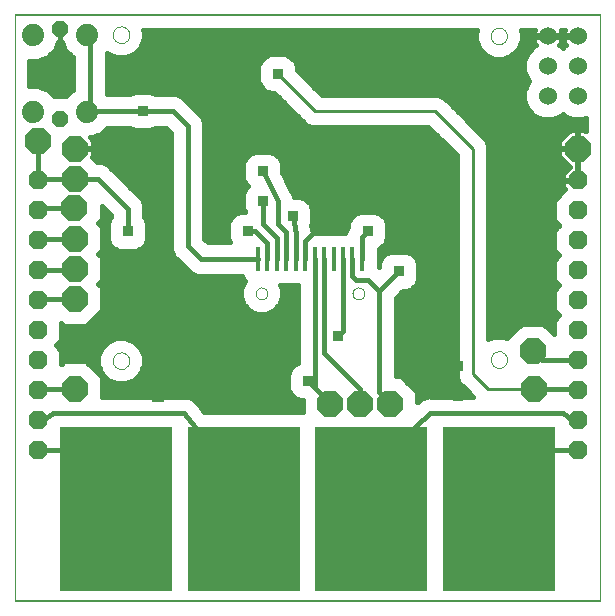
<source format=gtl>
G75*
G70*
%OFA0B0*%
%FSLAX24Y24*%
%IPPOS*%
%LPD*%
%AMOC8*
5,1,8,0,0,1.08239X$1,22.5*
%
%ADD10C,0.0000*%
%ADD11R,0.3750X0.5500*%
%ADD12R,0.0157X0.0787*%
%ADD13OC8,0.0630*%
%ADD14C,0.0276*%
%ADD15OC8,0.0850*%
%ADD16C,0.0740*%
%ADD17OC8,0.0520*%
%ADD18C,0.0600*%
%ADD19C,0.0160*%
%ADD20R,0.0317X0.0317*%
%ADD21C,0.0240*%
%ADD22R,0.0413X0.0413*%
%ADD23R,0.0356X0.0356*%
%ADD24C,0.0100*%
D10*
X000736Y000100D02*
X000736Y019663D01*
X020252Y019663D01*
X020252Y000100D01*
X000736Y000100D01*
X000750Y000128D02*
X000750Y019628D01*
X020250Y019628D01*
X020250Y000128D01*
X000750Y000128D01*
X004004Y008120D02*
X004006Y008153D01*
X004012Y008185D01*
X004021Y008216D01*
X004034Y008246D01*
X004051Y008274D01*
X004071Y008300D01*
X004094Y008324D01*
X004119Y008344D01*
X004147Y008362D01*
X004176Y008376D01*
X004207Y008386D01*
X004239Y008393D01*
X004272Y008396D01*
X004305Y008395D01*
X004337Y008390D01*
X004368Y008381D01*
X004399Y008369D01*
X004427Y008353D01*
X004454Y008334D01*
X004478Y008312D01*
X004499Y008287D01*
X004518Y008260D01*
X004533Y008231D01*
X004544Y008201D01*
X004552Y008169D01*
X004556Y008136D01*
X004556Y008104D01*
X004552Y008071D01*
X004544Y008039D01*
X004533Y008009D01*
X004518Y007980D01*
X004499Y007953D01*
X004478Y007928D01*
X004454Y007906D01*
X004427Y007887D01*
X004399Y007871D01*
X004368Y007859D01*
X004337Y007850D01*
X004305Y007845D01*
X004272Y007844D01*
X004239Y007847D01*
X004207Y007854D01*
X004176Y007864D01*
X004147Y007878D01*
X004119Y007896D01*
X004094Y007916D01*
X004071Y007940D01*
X004051Y007966D01*
X004034Y007994D01*
X004021Y008024D01*
X004012Y008055D01*
X004006Y008087D01*
X004004Y008120D01*
X008768Y010364D02*
X008770Y010391D01*
X008776Y010418D01*
X008785Y010444D01*
X008798Y010468D01*
X008814Y010491D01*
X008833Y010510D01*
X008855Y010527D01*
X008879Y010541D01*
X008904Y010551D01*
X008931Y010558D01*
X008958Y010561D01*
X008986Y010560D01*
X009013Y010555D01*
X009039Y010547D01*
X009063Y010535D01*
X009086Y010519D01*
X009107Y010501D01*
X009124Y010480D01*
X009139Y010456D01*
X009150Y010431D01*
X009158Y010405D01*
X009162Y010378D01*
X009162Y010350D01*
X009158Y010323D01*
X009150Y010297D01*
X009139Y010272D01*
X009124Y010248D01*
X009107Y010227D01*
X009086Y010209D01*
X009064Y010193D01*
X009039Y010181D01*
X009013Y010173D01*
X008986Y010168D01*
X008958Y010167D01*
X008931Y010170D01*
X008904Y010177D01*
X008879Y010187D01*
X008855Y010201D01*
X008833Y010218D01*
X008814Y010237D01*
X008798Y010260D01*
X008785Y010284D01*
X008776Y010310D01*
X008770Y010337D01*
X008768Y010364D01*
X011996Y010364D02*
X011998Y010391D01*
X012004Y010418D01*
X012013Y010444D01*
X012026Y010468D01*
X012042Y010491D01*
X012061Y010510D01*
X012083Y010527D01*
X012107Y010541D01*
X012132Y010551D01*
X012159Y010558D01*
X012186Y010561D01*
X012214Y010560D01*
X012241Y010555D01*
X012267Y010547D01*
X012291Y010535D01*
X012314Y010519D01*
X012335Y010501D01*
X012352Y010480D01*
X012367Y010456D01*
X012378Y010431D01*
X012386Y010405D01*
X012390Y010378D01*
X012390Y010350D01*
X012386Y010323D01*
X012378Y010297D01*
X012367Y010272D01*
X012352Y010248D01*
X012335Y010227D01*
X012314Y010209D01*
X012292Y010193D01*
X012267Y010181D01*
X012241Y010173D01*
X012214Y010168D01*
X012186Y010167D01*
X012159Y010170D01*
X012132Y010177D01*
X012107Y010187D01*
X012083Y010201D01*
X012061Y010218D01*
X012042Y010237D01*
X012026Y010260D01*
X012013Y010284D01*
X012004Y010310D01*
X011998Y010337D01*
X011996Y010364D01*
X016602Y008159D02*
X016604Y008192D01*
X016610Y008224D01*
X016619Y008255D01*
X016632Y008285D01*
X016649Y008313D01*
X016669Y008339D01*
X016692Y008363D01*
X016717Y008383D01*
X016745Y008401D01*
X016774Y008415D01*
X016805Y008425D01*
X016837Y008432D01*
X016870Y008435D01*
X016903Y008434D01*
X016935Y008429D01*
X016966Y008420D01*
X016997Y008408D01*
X017025Y008392D01*
X017052Y008373D01*
X017076Y008351D01*
X017097Y008326D01*
X017116Y008299D01*
X017131Y008270D01*
X017142Y008240D01*
X017150Y008208D01*
X017154Y008175D01*
X017154Y008143D01*
X017150Y008110D01*
X017142Y008078D01*
X017131Y008048D01*
X017116Y008019D01*
X017097Y007992D01*
X017076Y007967D01*
X017052Y007945D01*
X017025Y007926D01*
X016997Y007910D01*
X016966Y007898D01*
X016935Y007889D01*
X016903Y007884D01*
X016870Y007883D01*
X016837Y007886D01*
X016805Y007893D01*
X016774Y007903D01*
X016745Y007917D01*
X016717Y007935D01*
X016692Y007955D01*
X016669Y007979D01*
X016649Y008005D01*
X016632Y008033D01*
X016619Y008063D01*
X016610Y008094D01*
X016604Y008126D01*
X016602Y008159D01*
X016602Y018946D02*
X016604Y018979D01*
X016610Y019011D01*
X016619Y019042D01*
X016632Y019072D01*
X016649Y019100D01*
X016669Y019126D01*
X016692Y019150D01*
X016717Y019170D01*
X016745Y019188D01*
X016774Y019202D01*
X016805Y019212D01*
X016837Y019219D01*
X016870Y019222D01*
X016903Y019221D01*
X016935Y019216D01*
X016966Y019207D01*
X016997Y019195D01*
X017025Y019179D01*
X017052Y019160D01*
X017076Y019138D01*
X017097Y019113D01*
X017116Y019086D01*
X017131Y019057D01*
X017142Y019027D01*
X017150Y018995D01*
X017154Y018962D01*
X017154Y018930D01*
X017150Y018897D01*
X017142Y018865D01*
X017131Y018835D01*
X017116Y018806D01*
X017097Y018779D01*
X017076Y018754D01*
X017052Y018732D01*
X017025Y018713D01*
X016997Y018697D01*
X016966Y018685D01*
X016935Y018676D01*
X016903Y018671D01*
X016870Y018670D01*
X016837Y018673D01*
X016805Y018680D01*
X016774Y018690D01*
X016745Y018704D01*
X016717Y018722D01*
X016692Y018742D01*
X016669Y018766D01*
X016649Y018792D01*
X016632Y018820D01*
X016619Y018850D01*
X016610Y018881D01*
X016604Y018913D01*
X016602Y018946D01*
X004004Y018986D02*
X004006Y019019D01*
X004012Y019051D01*
X004021Y019082D01*
X004034Y019112D01*
X004051Y019140D01*
X004071Y019166D01*
X004094Y019190D01*
X004119Y019210D01*
X004147Y019228D01*
X004176Y019242D01*
X004207Y019252D01*
X004239Y019259D01*
X004272Y019262D01*
X004305Y019261D01*
X004337Y019256D01*
X004368Y019247D01*
X004399Y019235D01*
X004427Y019219D01*
X004454Y019200D01*
X004478Y019178D01*
X004499Y019153D01*
X004518Y019126D01*
X004533Y019097D01*
X004544Y019067D01*
X004552Y019035D01*
X004556Y019002D01*
X004556Y018970D01*
X004552Y018937D01*
X004544Y018905D01*
X004533Y018875D01*
X004518Y018846D01*
X004499Y018819D01*
X004478Y018794D01*
X004454Y018772D01*
X004427Y018753D01*
X004399Y018737D01*
X004368Y018725D01*
X004337Y018716D01*
X004305Y018711D01*
X004272Y018710D01*
X004239Y018713D01*
X004207Y018720D01*
X004176Y018730D01*
X004147Y018744D01*
X004119Y018762D01*
X004094Y018782D01*
X004071Y018806D01*
X004051Y018832D01*
X004034Y018860D01*
X004021Y018890D01*
X004012Y018921D01*
X004006Y018953D01*
X004004Y018986D01*
D11*
X004125Y003193D03*
X008375Y003193D03*
X012625Y003193D03*
X016875Y003193D03*
D12*
X012311Y011506D03*
X011996Y011506D03*
X011681Y011506D03*
X011366Y011506D03*
X011051Y011506D03*
X010736Y011506D03*
X010421Y011506D03*
X010106Y011506D03*
X009791Y011506D03*
X009476Y011506D03*
X009161Y011506D03*
X008846Y011506D03*
D13*
X001500Y011128D03*
X001500Y012128D03*
X001500Y013128D03*
X001500Y014128D03*
X001500Y010128D03*
X001500Y009128D03*
X001500Y008128D03*
X001500Y007128D03*
X001500Y006128D03*
X001500Y005128D03*
X019500Y005128D03*
X019500Y006128D03*
X019500Y007128D03*
X019500Y008128D03*
X019500Y009128D03*
X019500Y010128D03*
X019500Y011128D03*
X019500Y012128D03*
X019500Y013128D03*
X019500Y014128D03*
D14*
X016592Y004305D03*
X012311Y004292D03*
X008036Y004292D03*
X003737Y004305D03*
D15*
X002750Y007193D03*
X002750Y010193D03*
X002750Y011193D03*
X002750Y012193D03*
X002729Y013199D03*
X002750Y014193D03*
X002750Y015193D03*
X001500Y015443D03*
X011250Y006693D03*
X012250Y006693D03*
X013250Y006693D03*
X018039Y007179D03*
X018000Y008443D03*
X019500Y015193D03*
D16*
X003140Y016413D03*
X001360Y016413D03*
X001360Y018973D03*
X003140Y018973D03*
D17*
X002250Y019193D03*
X002250Y016193D03*
D18*
X018500Y016943D03*
X019500Y016943D03*
X019500Y017943D03*
X018500Y017943D03*
X018500Y018943D03*
X019500Y018943D03*
D19*
X019480Y018963D02*
X019480Y018923D01*
X019020Y018923D01*
X019020Y018905D01*
X019032Y018830D01*
X019055Y018758D01*
X019089Y018691D01*
X019131Y018634D01*
X019058Y018604D01*
X019000Y018546D01*
X018942Y018604D01*
X018869Y018634D01*
X018911Y018691D01*
X018945Y018758D01*
X018968Y018830D01*
X018980Y018905D01*
X018980Y018923D01*
X018520Y018923D01*
X018520Y018963D01*
X018980Y018963D01*
X019020Y018963D01*
X019480Y018963D01*
X019066Y019148D02*
X019055Y019127D01*
X019032Y019055D01*
X019020Y018980D01*
X019020Y018963D01*
X018980Y018963D02*
X018980Y018980D01*
X018968Y019055D01*
X018945Y019127D01*
X018934Y019148D01*
X019066Y019148D01*
X019053Y019121D02*
X018947Y019121D01*
X018960Y018804D02*
X019040Y018804D01*
X019122Y018646D02*
X018878Y018646D01*
X018480Y018923D02*
X018020Y018923D01*
X018020Y018905D01*
X018032Y018830D01*
X018055Y018758D01*
X018089Y018691D01*
X018131Y018634D01*
X018058Y018604D01*
X017839Y018384D01*
X017720Y018098D01*
X017720Y017787D01*
X017839Y017501D01*
X017897Y017443D01*
X017839Y017384D01*
X017720Y017098D01*
X017720Y016787D01*
X017839Y016501D01*
X018058Y016281D01*
X018345Y016163D01*
X018655Y016163D01*
X018942Y016281D01*
X019000Y016339D01*
X019058Y016281D01*
X019345Y016163D01*
X019655Y016163D01*
X019770Y016210D01*
X019770Y015778D01*
X019751Y015798D01*
X019520Y015798D01*
X019520Y015213D01*
X019480Y015213D01*
X019480Y015798D01*
X019249Y015798D01*
X018895Y015443D01*
X018895Y015213D01*
X019480Y015213D01*
X019480Y015173D01*
X018895Y015173D01*
X018895Y014942D01*
X019249Y014588D01*
X019260Y014588D01*
X019005Y014333D01*
X019005Y014138D01*
X019490Y014138D01*
X019490Y014623D01*
X019480Y014623D01*
X019480Y015173D01*
X019520Y015173D01*
X019520Y014623D01*
X019510Y014623D01*
X019510Y014138D01*
X019490Y014138D01*
X019490Y014118D01*
X019005Y014118D01*
X019005Y013923D01*
X019088Y013840D01*
X018705Y013457D01*
X018705Y012798D01*
X018876Y012628D01*
X018705Y012457D01*
X018705Y011798D01*
X018876Y011628D01*
X018705Y011457D01*
X018705Y010798D01*
X018876Y010628D01*
X018705Y010457D01*
X018705Y009798D01*
X018876Y009628D01*
X018705Y009457D01*
X018705Y009017D01*
X018375Y009348D01*
X017625Y009348D01*
X017144Y008867D01*
X017028Y008915D01*
X016728Y008915D01*
X016530Y008833D01*
X016530Y015298D01*
X016449Y015493D01*
X015199Y016743D01*
X015050Y016892D01*
X014855Y016973D01*
X010970Y016973D01*
X010138Y017804D01*
X010138Y017946D01*
X010065Y018123D01*
X009930Y018258D01*
X009754Y018331D01*
X009246Y018331D01*
X009070Y018258D01*
X008935Y018123D01*
X008862Y017946D01*
X008862Y017439D01*
X008935Y017262D01*
X009070Y017127D01*
X009246Y017054D01*
X009389Y017054D01*
X010450Y015993D01*
X010645Y015913D01*
X014530Y015913D01*
X015470Y014973D01*
X015470Y007587D01*
X015551Y007392D01*
X013830Y007392D01*
X013672Y007551D02*
X015485Y007551D01*
X015470Y007709D02*
X013435Y007709D01*
X013435Y007598D02*
X013435Y010211D01*
X013667Y010443D01*
X013807Y010443D01*
X013983Y010516D01*
X014118Y010651D01*
X014191Y010827D01*
X014191Y011374D01*
X014118Y011551D01*
X013983Y011686D01*
X013807Y011759D01*
X013260Y011759D01*
X013083Y011686D01*
X012948Y011551D01*
X012875Y011374D01*
X012875Y011235D01*
X012875Y011234D01*
X012870Y011240D01*
X012870Y011391D01*
X012871Y011394D01*
X012871Y011853D01*
X012930Y011877D01*
X013065Y012012D01*
X013138Y012189D01*
X013138Y012696D01*
X013065Y012873D01*
X012930Y013008D01*
X012754Y013081D01*
X012246Y013081D01*
X012070Y013008D01*
X011935Y012873D01*
X011862Y012696D01*
X011862Y012596D01*
X011836Y012571D01*
X011757Y012379D01*
X010667Y012379D01*
X010666Y012385D01*
X010666Y012448D01*
X010647Y012494D01*
X010621Y012646D01*
X010638Y012689D01*
X010638Y013196D01*
X010565Y013373D01*
X010430Y013508D01*
X010254Y013581D01*
X010052Y013581D01*
X010051Y013593D01*
X010010Y013675D01*
X009975Y013760D01*
X009960Y013774D01*
X009638Y014418D01*
X009638Y014696D01*
X009565Y014873D01*
X009430Y015008D01*
X009254Y015081D01*
X008746Y015081D01*
X008570Y015008D01*
X008435Y014873D01*
X008362Y014696D01*
X008362Y014189D01*
X008435Y014012D01*
X008504Y013943D01*
X008435Y013873D01*
X008362Y013696D01*
X008362Y013189D01*
X008406Y013081D01*
X008246Y013081D01*
X008070Y013008D01*
X007935Y012873D01*
X007862Y012696D01*
X007862Y012189D01*
X007913Y012066D01*
X007169Y012066D01*
X007060Y012174D01*
X007060Y016054D01*
X006975Y016260D01*
X006317Y016917D01*
X006111Y017003D01*
X005436Y017003D01*
X005430Y017008D01*
X005254Y017081D01*
X004746Y017081D01*
X004570Y017008D01*
X004564Y017003D01*
X003810Y017003D01*
X003810Y018387D01*
X003852Y018345D01*
X004129Y018230D01*
X004430Y018230D01*
X004708Y018345D01*
X004920Y018558D01*
X005035Y018836D01*
X005035Y019136D01*
X005030Y019148D01*
X016143Y019148D01*
X016122Y019097D01*
X016122Y018796D01*
X016237Y018518D01*
X016450Y018306D01*
X016728Y018191D01*
X017028Y018191D01*
X017306Y018306D01*
X017519Y018518D01*
X017634Y018796D01*
X017634Y019097D01*
X017612Y019148D01*
X018066Y019148D01*
X018055Y019127D01*
X018032Y019055D01*
X018020Y018980D01*
X018020Y018963D01*
X017634Y018963D01*
X017623Y019121D02*
X018053Y019121D01*
X018020Y018963D02*
X018480Y018963D01*
X018480Y018923D01*
X018122Y018646D02*
X017571Y018646D01*
X017634Y018804D02*
X018040Y018804D01*
X017941Y018487D02*
X017487Y018487D01*
X017329Y018329D02*
X017816Y018329D01*
X017750Y018170D02*
X010018Y018170D01*
X010111Y018012D02*
X017720Y018012D01*
X017720Y017853D02*
X010138Y017853D01*
X010248Y017695D02*
X017758Y017695D01*
X017824Y017536D02*
X010406Y017536D01*
X010565Y017378D02*
X017836Y017378D01*
X017770Y017219D02*
X010723Y017219D01*
X010882Y017061D02*
X017720Y017061D01*
X017720Y016902D02*
X015026Y016902D01*
X015199Y016744D02*
X017738Y016744D01*
X017804Y016585D02*
X015357Y016585D01*
X015516Y016427D02*
X017913Y016427D01*
X018090Y016268D02*
X015674Y016268D01*
X015833Y016110D02*
X019770Y016110D01*
X019770Y015951D02*
X015991Y015951D01*
X016150Y015793D02*
X019244Y015793D01*
X019086Y015634D02*
X016308Y015634D01*
X016456Y015476D02*
X018927Y015476D01*
X018895Y015317D02*
X016522Y015317D01*
X016530Y015159D02*
X018895Y015159D01*
X018895Y015000D02*
X016530Y015000D01*
X016530Y014842D02*
X018995Y014842D01*
X019154Y014683D02*
X016530Y014683D01*
X016530Y014525D02*
X019197Y014525D01*
X019038Y014366D02*
X016530Y014366D01*
X016530Y014208D02*
X019005Y014208D01*
X019005Y014049D02*
X016530Y014049D01*
X016530Y013891D02*
X019037Y013891D01*
X018980Y013732D02*
X016530Y013732D01*
X016530Y013574D02*
X018822Y013574D01*
X018705Y013415D02*
X016530Y013415D01*
X016530Y013257D02*
X018705Y013257D01*
X018705Y013098D02*
X016530Y013098D01*
X016530Y012940D02*
X018705Y012940D01*
X018722Y012781D02*
X016530Y012781D01*
X016530Y012623D02*
X018871Y012623D01*
X018712Y012464D02*
X016530Y012464D01*
X016530Y012306D02*
X018705Y012306D01*
X018705Y012147D02*
X016530Y012147D01*
X016530Y011989D02*
X018705Y011989D01*
X018705Y011830D02*
X016530Y011830D01*
X016530Y011672D02*
X018832Y011672D01*
X018761Y011513D02*
X016530Y011513D01*
X016530Y011355D02*
X018705Y011355D01*
X018705Y011196D02*
X016530Y011196D01*
X016530Y011038D02*
X018705Y011038D01*
X018705Y010879D02*
X016530Y010879D01*
X016530Y010721D02*
X018783Y010721D01*
X018810Y010562D02*
X016530Y010562D01*
X016530Y010404D02*
X018705Y010404D01*
X018705Y010245D02*
X016530Y010245D01*
X016530Y010087D02*
X018705Y010087D01*
X018705Y009928D02*
X016530Y009928D01*
X016530Y009770D02*
X018734Y009770D01*
X018859Y009611D02*
X016530Y009611D01*
X016530Y009453D02*
X018705Y009453D01*
X018705Y009294D02*
X018428Y009294D01*
X018587Y009136D02*
X018705Y009136D01*
X018000Y008443D02*
X018315Y008128D01*
X019500Y008128D01*
X019449Y007179D02*
X019500Y007128D01*
X019449Y007179D02*
X018039Y007179D01*
X018028Y007191D01*
X019000Y006364D02*
X014587Y006364D01*
X012311Y004292D01*
X010345Y006423D02*
X007055Y006423D01*
X006873Y006651D01*
X006861Y006681D01*
X006804Y006737D01*
X006754Y006800D01*
X006726Y006816D01*
X006703Y006839D01*
X006629Y006869D01*
X006559Y006908D01*
X006527Y006911D01*
X006497Y006924D01*
X006417Y006924D01*
X006338Y006933D01*
X006307Y006924D01*
X003655Y006924D01*
X003655Y007567D01*
X003125Y008098D01*
X002375Y008098D01*
X002295Y008017D01*
X002295Y008457D01*
X002124Y008628D01*
X002295Y008798D01*
X002295Y009368D01*
X002375Y009288D01*
X003125Y009288D01*
X003655Y009818D01*
X003655Y010567D01*
X003530Y010693D01*
X003655Y010818D01*
X003655Y011567D01*
X003530Y011693D01*
X003655Y011818D01*
X003655Y012567D01*
X003516Y012706D01*
X003634Y012825D01*
X003634Y013266D01*
X003940Y012961D01*
X003940Y012918D01*
X003915Y012893D01*
X003842Y012716D01*
X003842Y012169D01*
X003915Y011993D01*
X004050Y011857D01*
X004226Y011784D01*
X004774Y011784D01*
X004950Y011857D01*
X005085Y011993D01*
X005158Y012169D01*
X005158Y012716D01*
X005085Y012893D01*
X005060Y012918D01*
X005060Y013304D01*
X004975Y013510D01*
X003975Y014510D01*
X003817Y014667D01*
X003611Y014753D01*
X003470Y014753D01*
X003318Y014905D01*
X003355Y014942D01*
X003355Y015173D01*
X002770Y015173D01*
X002770Y015213D01*
X003355Y015213D01*
X003355Y015443D01*
X003236Y015563D01*
X003309Y015563D01*
X003621Y015692D01*
X003812Y015883D01*
X004564Y015883D01*
X004570Y015877D01*
X004746Y015804D01*
X005254Y015804D01*
X005430Y015877D01*
X005436Y015883D01*
X005768Y015883D01*
X005940Y015711D01*
X005940Y011831D01*
X006025Y011625D01*
X006183Y011468D01*
X006620Y011031D01*
X006826Y010946D01*
X008317Y010946D01*
X008361Y010840D01*
X008422Y010779D01*
X008391Y010747D01*
X008288Y010498D01*
X008288Y010229D01*
X008391Y009980D01*
X008581Y009790D01*
X008830Y009687D01*
X009099Y009687D01*
X009348Y009790D01*
X009538Y009980D01*
X009641Y010229D01*
X009641Y010498D01*
X009586Y010632D01*
X010176Y010632D01*
X010176Y008052D01*
X010070Y008008D01*
X009935Y007873D01*
X009862Y007696D01*
X009862Y007189D01*
X009935Y007012D01*
X010070Y006877D01*
X010246Y006804D01*
X010345Y006804D01*
X010345Y006423D01*
X010345Y006441D02*
X007040Y006441D01*
X006914Y006600D02*
X010345Y006600D01*
X010345Y006758D02*
X006788Y006758D01*
X006515Y006917D02*
X010030Y006917D01*
X009909Y007075D02*
X003655Y007075D01*
X003655Y007234D02*
X009862Y007234D01*
X009862Y007392D02*
X004497Y007392D01*
X004430Y007364D02*
X004708Y007479D01*
X004920Y007692D01*
X005035Y007969D01*
X005035Y008270D01*
X004920Y008548D01*
X004708Y008760D01*
X004430Y008875D01*
X004129Y008875D01*
X003852Y008760D01*
X003639Y008548D01*
X003524Y008270D01*
X003524Y007969D01*
X003639Y007692D01*
X003852Y007479D01*
X004129Y007364D01*
X004430Y007364D01*
X004062Y007392D02*
X003655Y007392D01*
X003655Y007551D02*
X003780Y007551D01*
X003632Y007709D02*
X003513Y007709D01*
X003566Y007868D02*
X003355Y007868D01*
X003196Y008026D02*
X003524Y008026D01*
X003524Y008185D02*
X002295Y008185D01*
X002295Y008343D02*
X003554Y008343D01*
X003620Y008502D02*
X002250Y008502D01*
X002157Y008660D02*
X003751Y008660D01*
X003992Y008819D02*
X002295Y008819D01*
X002295Y008977D02*
X010176Y008977D01*
X010176Y008819D02*
X004567Y008819D01*
X004808Y008660D02*
X010176Y008660D01*
X010176Y008502D02*
X004939Y008502D01*
X005005Y008343D02*
X010176Y008343D01*
X010176Y008185D02*
X005035Y008185D01*
X005035Y008026D02*
X010114Y008026D01*
X009932Y007868D02*
X004993Y007868D01*
X004927Y007709D02*
X009867Y007709D01*
X009862Y007551D02*
X004779Y007551D01*
X006386Y006364D02*
X008036Y004292D01*
X006386Y006364D02*
X002000Y006364D01*
X001685Y006128D01*
X001500Y006128D01*
X001500Y007128D02*
X001565Y007193D01*
X002750Y007193D01*
X002304Y008026D02*
X002295Y008026D01*
X002295Y009136D02*
X010176Y009136D01*
X010176Y009294D02*
X003131Y009294D01*
X003290Y009453D02*
X010176Y009453D01*
X010176Y009611D02*
X003448Y009611D01*
X003607Y009770D02*
X008631Y009770D01*
X008443Y009928D02*
X003655Y009928D01*
X003655Y010087D02*
X008347Y010087D01*
X008288Y010245D02*
X003655Y010245D01*
X003655Y010404D02*
X008288Y010404D01*
X008314Y010562D02*
X003655Y010562D01*
X003558Y010721D02*
X008380Y010721D01*
X008345Y010879D02*
X003655Y010879D01*
X003655Y011038D02*
X006613Y011038D01*
X006455Y011196D02*
X003655Y011196D01*
X003655Y011355D02*
X006296Y011355D01*
X006138Y011513D02*
X003655Y011513D01*
X003551Y011672D02*
X006006Y011672D01*
X005940Y011830D02*
X004884Y011830D01*
X005081Y011989D02*
X005940Y011989D01*
X005940Y012147D02*
X005149Y012147D01*
X005158Y012306D02*
X005940Y012306D01*
X005940Y012464D02*
X005158Y012464D01*
X005158Y012623D02*
X005940Y012623D01*
X005940Y012781D02*
X005131Y012781D01*
X005060Y012940D02*
X005940Y012940D01*
X005940Y013098D02*
X005060Y013098D01*
X005060Y013257D02*
X005940Y013257D01*
X005940Y013415D02*
X005014Y013415D01*
X004911Y013574D02*
X005940Y013574D01*
X005940Y013732D02*
X004752Y013732D01*
X004594Y013891D02*
X005940Y013891D01*
X005940Y014049D02*
X004435Y014049D01*
X004277Y014208D02*
X005940Y014208D01*
X005940Y014366D02*
X004118Y014366D01*
X003960Y014525D02*
X005940Y014525D01*
X005940Y014683D02*
X003779Y014683D01*
X003381Y014842D02*
X005940Y014842D01*
X005940Y015000D02*
X003355Y015000D01*
X003355Y015159D02*
X005940Y015159D01*
X005940Y015317D02*
X003355Y015317D01*
X003323Y015476D02*
X005940Y015476D01*
X005940Y015634D02*
X003482Y015634D01*
X003722Y015793D02*
X005858Y015793D01*
X006500Y015943D02*
X006000Y016443D01*
X005000Y016443D01*
X003250Y016443D01*
X003220Y016413D01*
X003140Y016413D01*
X003250Y016443D02*
X003250Y018943D01*
X003220Y018973D01*
X003140Y018973D01*
X002582Y018329D02*
X001918Y018329D01*
X001841Y018252D02*
X002081Y018491D01*
X002189Y018753D01*
X002250Y018753D01*
X002311Y018753D01*
X002419Y018491D01*
X002659Y018252D01*
X002690Y018239D01*
X002690Y017146D01*
X002659Y017133D01*
X002458Y016933D01*
X002042Y016933D01*
X001841Y017133D01*
X001529Y017263D01*
X001230Y017263D01*
X001230Y018123D01*
X001529Y018123D01*
X001841Y018252D01*
X001644Y018170D02*
X002690Y018170D01*
X002690Y018012D02*
X001230Y018012D01*
X001230Y017853D02*
X002690Y017853D01*
X002690Y017695D02*
X001230Y017695D01*
X001230Y017536D02*
X002690Y017536D01*
X002690Y017378D02*
X001230Y017378D01*
X001634Y017219D02*
X002690Y017219D01*
X002586Y017061D02*
X001914Y017061D01*
X002077Y018487D02*
X002423Y018487D01*
X002355Y018646D02*
X002145Y018646D01*
X002250Y018753D02*
X002250Y019148D01*
X002250Y018753D01*
X002250Y018804D02*
X002250Y018804D01*
X002250Y018963D02*
X002250Y018963D01*
X002250Y019121D02*
X002250Y019121D01*
X002250Y019148D02*
X002250Y019148D01*
X003810Y018329D02*
X003892Y018329D01*
X003810Y018170D02*
X008982Y018170D01*
X008889Y018012D02*
X003810Y018012D01*
X003810Y017853D02*
X008862Y017853D01*
X008862Y017695D02*
X003810Y017695D01*
X003810Y017536D02*
X008862Y017536D01*
X008887Y017378D02*
X003810Y017378D01*
X003810Y017219D02*
X008978Y017219D01*
X009231Y017061D02*
X005303Y017061D01*
X004697Y017061D02*
X003810Y017061D01*
X004667Y018329D02*
X009240Y018329D01*
X009760Y018329D02*
X016427Y018329D01*
X016269Y018487D02*
X004849Y018487D01*
X004956Y018646D02*
X016185Y018646D01*
X016122Y018804D02*
X005022Y018804D01*
X005035Y018963D02*
X016122Y018963D01*
X016132Y019121D02*
X005035Y019121D01*
X006332Y016902D02*
X009541Y016902D01*
X009699Y016744D02*
X006491Y016744D01*
X006649Y016585D02*
X009858Y016585D01*
X010016Y016427D02*
X006808Y016427D01*
X006966Y016268D02*
X010175Y016268D01*
X010333Y016110D02*
X007037Y016110D01*
X007060Y015951D02*
X010552Y015951D01*
X009438Y015000D02*
X015443Y015000D01*
X015470Y014842D02*
X009578Y014842D01*
X009638Y014683D02*
X015470Y014683D01*
X015470Y014525D02*
X009638Y014525D01*
X009664Y014366D02*
X015470Y014366D01*
X015470Y014208D02*
X009744Y014208D01*
X009823Y014049D02*
X015470Y014049D01*
X015470Y013891D02*
X009902Y013891D01*
X009986Y013732D02*
X015470Y013732D01*
X015470Y013574D02*
X010272Y013574D01*
X010523Y013415D02*
X015470Y013415D01*
X015470Y013257D02*
X010614Y013257D01*
X010638Y013098D02*
X015470Y013098D01*
X015470Y012940D02*
X012999Y012940D01*
X013103Y012781D02*
X015470Y012781D01*
X015470Y012623D02*
X013138Y012623D01*
X013138Y012464D02*
X015470Y012464D01*
X015470Y012306D02*
X013138Y012306D01*
X013121Y012147D02*
X015470Y012147D01*
X015470Y011989D02*
X013042Y011989D01*
X012871Y011830D02*
X015470Y011830D01*
X015470Y011672D02*
X013998Y011672D01*
X014134Y011513D02*
X015470Y011513D01*
X015470Y011355D02*
X014191Y011355D01*
X014191Y011196D02*
X015470Y011196D01*
X015470Y011038D02*
X014191Y011038D01*
X014191Y010879D02*
X015470Y010879D01*
X015470Y010721D02*
X014147Y010721D01*
X014030Y010562D02*
X015470Y010562D01*
X015470Y010404D02*
X013628Y010404D01*
X013469Y010245D02*
X015470Y010245D01*
X015470Y010087D02*
X013435Y010087D01*
X013435Y009928D02*
X015470Y009928D01*
X015470Y009770D02*
X013435Y009770D01*
X013435Y009611D02*
X015470Y009611D01*
X015470Y009453D02*
X013435Y009453D01*
X013435Y009294D02*
X015470Y009294D01*
X015470Y009136D02*
X013435Y009136D01*
X013435Y008977D02*
X015470Y008977D01*
X015470Y008819D02*
X013435Y008819D01*
X013435Y008660D02*
X015470Y008660D01*
X015470Y008502D02*
X013435Y008502D01*
X013435Y008343D02*
X015470Y008343D01*
X015470Y008185D02*
X013435Y008185D01*
X013435Y008026D02*
X015470Y008026D01*
X015470Y007868D02*
X013435Y007868D01*
X013435Y007598D02*
X013625Y007598D01*
X014155Y007067D01*
X014155Y006728D01*
X014200Y006769D01*
X014269Y006839D01*
X014282Y006844D01*
X014292Y006853D01*
X014384Y006886D01*
X014475Y006924D01*
X014489Y006924D01*
X014502Y006928D01*
X014600Y006924D01*
X016019Y006924D01*
X015700Y007243D01*
X015551Y007392D01*
X015709Y007234D02*
X013989Y007234D01*
X014147Y007075D02*
X015868Y007075D01*
X015500Y006943D02*
X015000Y007443D01*
X015000Y009943D01*
X016530Y009294D02*
X017572Y009294D01*
X017413Y009136D02*
X016530Y009136D01*
X016530Y008977D02*
X017255Y008977D01*
X019000Y006364D02*
X019315Y006128D01*
X019500Y006128D01*
X019500Y005128D02*
X018539Y005128D01*
X016592Y004305D01*
X014188Y006758D02*
X014155Y006758D01*
X014155Y006917D02*
X014458Y006917D01*
X013250Y006693D02*
X012875Y007068D01*
X012875Y010443D01*
X013533Y011101D01*
X013069Y011672D02*
X012871Y011672D01*
X012871Y011513D02*
X012933Y011513D01*
X012875Y011355D02*
X012870Y011355D01*
X012311Y011506D02*
X012311Y012254D01*
X012500Y012443D01*
X011862Y012623D02*
X010625Y012623D01*
X010638Y012781D02*
X011897Y012781D01*
X012001Y012940D02*
X010638Y012940D01*
X010659Y012464D02*
X011792Y012464D01*
X011681Y011506D02*
X011681Y009124D01*
X011500Y008943D01*
X011051Y008391D02*
X012250Y007193D01*
X012250Y006693D01*
X011250Y006693D02*
X010736Y007206D01*
X010500Y007443D01*
X010736Y007206D02*
X010736Y011506D01*
X011051Y011506D02*
X011051Y008391D01*
X010176Y009770D02*
X009299Y009770D01*
X009486Y009928D02*
X010176Y009928D01*
X010176Y010087D02*
X009582Y010087D01*
X009641Y010245D02*
X010176Y010245D01*
X010176Y010404D02*
X009641Y010404D01*
X009615Y010562D02*
X010176Y010562D01*
X010106Y011506D02*
X010106Y012336D01*
X010000Y012943D01*
X009500Y012693D02*
X009500Y013443D01*
X009000Y014443D01*
X008419Y014049D02*
X007060Y014049D01*
X007060Y013891D02*
X008452Y013891D01*
X008376Y013732D02*
X007060Y013732D01*
X007060Y013574D02*
X008362Y013574D01*
X008362Y013415D02*
X007060Y013415D01*
X007060Y013257D02*
X008362Y013257D01*
X008399Y013098D02*
X007060Y013098D01*
X007060Y012940D02*
X008001Y012940D01*
X007897Y012781D02*
X007060Y012781D01*
X007060Y012623D02*
X007862Y012623D01*
X007862Y012464D02*
X007060Y012464D01*
X007060Y012306D02*
X007862Y012306D01*
X007879Y012147D02*
X007087Y012147D01*
X006500Y011943D02*
X006937Y011506D01*
X008846Y011506D01*
X009161Y011506D02*
X009161Y012031D01*
X008750Y012443D01*
X008500Y012443D01*
X009000Y012693D02*
X009000Y013443D01*
X009000Y012693D02*
X009476Y012216D01*
X009476Y011506D01*
X009791Y011506D02*
X009791Y012401D01*
X009500Y012693D01*
X010421Y012114D02*
X010750Y012443D01*
X010750Y013693D01*
X010421Y012114D02*
X010421Y011506D01*
X011996Y011506D02*
X011996Y010946D01*
X012125Y010818D01*
X012500Y010818D01*
X012875Y010443D01*
X008362Y014208D02*
X007060Y014208D01*
X007060Y014366D02*
X008362Y014366D01*
X008362Y014525D02*
X007060Y014525D01*
X007060Y014683D02*
X008362Y014683D01*
X008422Y014842D02*
X007060Y014842D01*
X007060Y015000D02*
X008562Y015000D01*
X007060Y015159D02*
X015284Y015159D01*
X015126Y015317D02*
X007060Y015317D01*
X007060Y015476D02*
X014967Y015476D01*
X014809Y015634D02*
X007060Y015634D01*
X007060Y015793D02*
X014650Y015793D01*
X018910Y016268D02*
X019090Y016268D01*
X019480Y015793D02*
X019520Y015793D01*
X019520Y015634D02*
X019480Y015634D01*
X019480Y015476D02*
X019520Y015476D01*
X019520Y015317D02*
X019480Y015317D01*
X019480Y015159D02*
X019520Y015159D01*
X019520Y015000D02*
X019480Y015000D01*
X019480Y014842D02*
X019520Y014842D01*
X019520Y014683D02*
X019480Y014683D01*
X019490Y014525D02*
X019510Y014525D01*
X019510Y014366D02*
X019490Y014366D01*
X019490Y014208D02*
X019510Y014208D01*
X019756Y015793D02*
X019770Y015793D01*
X006500Y015943D02*
X006500Y011943D01*
X004500Y012443D02*
X004500Y013193D01*
X003500Y014193D01*
X002750Y014193D01*
X001565Y014193D01*
X001500Y014128D01*
X001500Y015443D01*
X001572Y013199D02*
X001500Y013128D01*
X001572Y013199D02*
X002729Y013199D01*
X003634Y013257D02*
X003644Y013257D01*
X003634Y013098D02*
X003803Y013098D01*
X003940Y012940D02*
X003634Y012940D01*
X003591Y012781D02*
X003869Y012781D01*
X003842Y012623D02*
X003600Y012623D01*
X003655Y012464D02*
X003842Y012464D01*
X003842Y012306D02*
X003655Y012306D01*
X003655Y012147D02*
X003851Y012147D01*
X003919Y011989D02*
X003655Y011989D01*
X003655Y011830D02*
X004116Y011830D01*
X002750Y012193D02*
X001565Y012193D01*
X001500Y012128D01*
X001500Y011128D02*
X002685Y011128D01*
X002750Y011193D01*
X002750Y010193D02*
X001565Y010193D01*
X001500Y010128D01*
X002295Y009294D02*
X002369Y009294D01*
X002539Y005128D02*
X001500Y005128D01*
X002539Y005128D02*
X003737Y004305D01*
D20*
X010500Y007443D03*
X011500Y008943D03*
X012500Y012443D03*
X010750Y013693D03*
X010000Y012943D03*
X009000Y013443D03*
X009000Y014443D03*
X008500Y012443D03*
X005000Y016443D03*
X009500Y017693D03*
X015500Y007943D03*
X015500Y006943D03*
D21*
X001638Y009269D02*
X001484Y009116D01*
X001488Y009116D01*
X001500Y009128D01*
D22*
X004500Y010443D03*
X005500Y011443D03*
X005000Y015443D03*
X011500Y017443D03*
X014500Y017943D03*
X015000Y014943D03*
X012500Y014443D03*
X015000Y009943D03*
X014000Y009443D03*
X005500Y006943D03*
D23*
X004500Y012443D03*
X013533Y011101D03*
D24*
X016000Y007693D02*
X016000Y015193D01*
X014750Y016443D01*
X010750Y016443D01*
X009500Y017693D01*
X016000Y007693D02*
X016502Y007191D01*
X018028Y007191D01*
M02*

</source>
